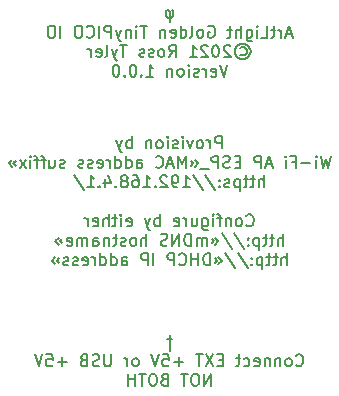
<source format=gbr>
%TF.GenerationSoftware,KiCad,Pcbnew,5.1.9-1.fc32*%
%TF.CreationDate,2021-02-16T11:33:07-08:00*%
%TF.ProjectId,tinypico-io,74696e79-7069-4636-9f2d-696f2e6b6963,1.0.0*%
%TF.SameCoordinates,Original*%
%TF.FileFunction,Legend,Bot*%
%TF.FilePolarity,Positive*%
%FSLAX46Y46*%
G04 Gerber Fmt 4.6, Leading zero omitted, Abs format (unit mm)*
G04 Created by KiCad (PCBNEW 5.1.9-1.fc32) date 2021-02-16 11:33:07*
%MOMM*%
%LPD*%
G01*
G04 APERTURE LIST*
%ADD10C,0.150000*%
G04 APERTURE END LIST*
D10*
X154404761Y-85502380D02*
X154404761Y-84502380D01*
X154023809Y-84502380D01*
X153928571Y-84550000D01*
X153880952Y-84597619D01*
X153833333Y-84692857D01*
X153833333Y-84835714D01*
X153880952Y-84930952D01*
X153928571Y-84978571D01*
X154023809Y-85026190D01*
X154404761Y-85026190D01*
X153404761Y-85502380D02*
X153404761Y-84835714D01*
X153404761Y-85026190D02*
X153357142Y-84930952D01*
X153309523Y-84883333D01*
X153214285Y-84835714D01*
X153119047Y-84835714D01*
X152642857Y-85502380D02*
X152738095Y-85454761D01*
X152785714Y-85407142D01*
X152833333Y-85311904D01*
X152833333Y-85026190D01*
X152785714Y-84930952D01*
X152738095Y-84883333D01*
X152642857Y-84835714D01*
X152500000Y-84835714D01*
X152404761Y-84883333D01*
X152357142Y-84930952D01*
X152309523Y-85026190D01*
X152309523Y-85311904D01*
X152357142Y-85407142D01*
X152404761Y-85454761D01*
X152500000Y-85502380D01*
X152642857Y-85502380D01*
X151976190Y-84835714D02*
X151738095Y-85502380D01*
X151500000Y-84835714D01*
X151119047Y-85502380D02*
X151119047Y-84835714D01*
X151119047Y-84502380D02*
X151166666Y-84550000D01*
X151119047Y-84597619D01*
X151071428Y-84550000D01*
X151119047Y-84502380D01*
X151119047Y-84597619D01*
X150690476Y-85454761D02*
X150595238Y-85502380D01*
X150404761Y-85502380D01*
X150309523Y-85454761D01*
X150261904Y-85359523D01*
X150261904Y-85311904D01*
X150309523Y-85216666D01*
X150404761Y-85169047D01*
X150547619Y-85169047D01*
X150642857Y-85121428D01*
X150690476Y-85026190D01*
X150690476Y-84978571D01*
X150642857Y-84883333D01*
X150547619Y-84835714D01*
X150404761Y-84835714D01*
X150309523Y-84883333D01*
X149833333Y-85502380D02*
X149833333Y-84835714D01*
X149833333Y-84502380D02*
X149880952Y-84550000D01*
X149833333Y-84597619D01*
X149785714Y-84550000D01*
X149833333Y-84502380D01*
X149833333Y-84597619D01*
X149214285Y-85502380D02*
X149309523Y-85454761D01*
X149357142Y-85407142D01*
X149404761Y-85311904D01*
X149404761Y-85026190D01*
X149357142Y-84930952D01*
X149309523Y-84883333D01*
X149214285Y-84835714D01*
X149071428Y-84835714D01*
X148976190Y-84883333D01*
X148928571Y-84930952D01*
X148880952Y-85026190D01*
X148880952Y-85311904D01*
X148928571Y-85407142D01*
X148976190Y-85454761D01*
X149071428Y-85502380D01*
X149214285Y-85502380D01*
X148452380Y-84835714D02*
X148452380Y-85502380D01*
X148452380Y-84930952D02*
X148404761Y-84883333D01*
X148309523Y-84835714D01*
X148166666Y-84835714D01*
X148071428Y-84883333D01*
X148023809Y-84978571D01*
X148023809Y-85502380D01*
X146785714Y-85502380D02*
X146785714Y-84502380D01*
X146785714Y-84883333D02*
X146690476Y-84835714D01*
X146500000Y-84835714D01*
X146404761Y-84883333D01*
X146357142Y-84930952D01*
X146309523Y-85026190D01*
X146309523Y-85311904D01*
X146357142Y-85407142D01*
X146404761Y-85454761D01*
X146500000Y-85502380D01*
X146690476Y-85502380D01*
X146785714Y-85454761D01*
X145976190Y-84835714D02*
X145738095Y-85502380D01*
X145500000Y-84835714D02*
X145738095Y-85502380D01*
X145833333Y-85740476D01*
X145880952Y-85788095D01*
X145976190Y-85835714D01*
X163642857Y-86152380D02*
X163404761Y-87152380D01*
X163214285Y-86438095D01*
X163023809Y-87152380D01*
X162785714Y-86152380D01*
X162404761Y-87152380D02*
X162404761Y-86485714D01*
X162404761Y-86152380D02*
X162452380Y-86200000D01*
X162404761Y-86247619D01*
X162357142Y-86200000D01*
X162404761Y-86152380D01*
X162404761Y-86247619D01*
X161928571Y-86771428D02*
X161166666Y-86771428D01*
X160357142Y-86628571D02*
X160690476Y-86628571D01*
X160690476Y-87152380D02*
X160690476Y-86152380D01*
X160214285Y-86152380D01*
X159833333Y-87152380D02*
X159833333Y-86485714D01*
X159833333Y-86152380D02*
X159880952Y-86200000D01*
X159833333Y-86247619D01*
X159785714Y-86200000D01*
X159833333Y-86152380D01*
X159833333Y-86247619D01*
X158642857Y-86866666D02*
X158166666Y-86866666D01*
X158738095Y-87152380D02*
X158404761Y-86152380D01*
X158071428Y-87152380D01*
X157738095Y-87152380D02*
X157738095Y-86152380D01*
X157357142Y-86152380D01*
X157261904Y-86200000D01*
X157214285Y-86247619D01*
X157166666Y-86342857D01*
X157166666Y-86485714D01*
X157214285Y-86580952D01*
X157261904Y-86628571D01*
X157357142Y-86676190D01*
X157738095Y-86676190D01*
X155976190Y-86628571D02*
X155642857Y-86628571D01*
X155500000Y-87152380D02*
X155976190Y-87152380D01*
X155976190Y-86152380D01*
X155500000Y-86152380D01*
X155119047Y-87104761D02*
X154976190Y-87152380D01*
X154738095Y-87152380D01*
X154642857Y-87104761D01*
X154595238Y-87057142D01*
X154547619Y-86961904D01*
X154547619Y-86866666D01*
X154595238Y-86771428D01*
X154642857Y-86723809D01*
X154738095Y-86676190D01*
X154928571Y-86628571D01*
X155023809Y-86580952D01*
X155071428Y-86533333D01*
X155119047Y-86438095D01*
X155119047Y-86342857D01*
X155071428Y-86247619D01*
X155023809Y-86200000D01*
X154928571Y-86152380D01*
X154690476Y-86152380D01*
X154547619Y-86200000D01*
X154119047Y-87152380D02*
X154119047Y-86152380D01*
X153738095Y-86152380D01*
X153642857Y-86200000D01*
X153595238Y-86247619D01*
X153547619Y-86342857D01*
X153547619Y-86485714D01*
X153595238Y-86580952D01*
X153642857Y-86628571D01*
X153738095Y-86676190D01*
X154119047Y-86676190D01*
X153357142Y-87247619D02*
X152595238Y-87247619D01*
X152119047Y-86485714D02*
X152404761Y-86771428D01*
X152119047Y-87057142D01*
X151833333Y-86961904D02*
X152023809Y-86771428D01*
X151833333Y-86580952D01*
X151404761Y-87152380D02*
X151404761Y-86152380D01*
X151071428Y-86866666D01*
X150738095Y-86152380D01*
X150738095Y-87152380D01*
X150309523Y-86866666D02*
X149833333Y-86866666D01*
X150404761Y-87152380D02*
X150071428Y-86152380D01*
X149738095Y-87152380D01*
X148833333Y-87057142D02*
X148880952Y-87104761D01*
X149023809Y-87152380D01*
X149119047Y-87152380D01*
X149261904Y-87104761D01*
X149357142Y-87009523D01*
X149404761Y-86914285D01*
X149452380Y-86723809D01*
X149452380Y-86580952D01*
X149404761Y-86390476D01*
X149357142Y-86295238D01*
X149261904Y-86200000D01*
X149119047Y-86152380D01*
X149023809Y-86152380D01*
X148880952Y-86200000D01*
X148833333Y-86247619D01*
X147214285Y-87152380D02*
X147214285Y-86628571D01*
X147261904Y-86533333D01*
X147357142Y-86485714D01*
X147547619Y-86485714D01*
X147642857Y-86533333D01*
X147214285Y-87104761D02*
X147309523Y-87152380D01*
X147547619Y-87152380D01*
X147642857Y-87104761D01*
X147690476Y-87009523D01*
X147690476Y-86914285D01*
X147642857Y-86819047D01*
X147547619Y-86771428D01*
X147309523Y-86771428D01*
X147214285Y-86723809D01*
X146309523Y-87152380D02*
X146309523Y-86152380D01*
X146309523Y-87104761D02*
X146404761Y-87152380D01*
X146595238Y-87152380D01*
X146690476Y-87104761D01*
X146738095Y-87057142D01*
X146785714Y-86961904D01*
X146785714Y-86676190D01*
X146738095Y-86580952D01*
X146690476Y-86533333D01*
X146595238Y-86485714D01*
X146404761Y-86485714D01*
X146309523Y-86533333D01*
X145404761Y-87152380D02*
X145404761Y-86152380D01*
X145404761Y-87104761D02*
X145500000Y-87152380D01*
X145690476Y-87152380D01*
X145785714Y-87104761D01*
X145833333Y-87057142D01*
X145880952Y-86961904D01*
X145880952Y-86676190D01*
X145833333Y-86580952D01*
X145785714Y-86533333D01*
X145690476Y-86485714D01*
X145500000Y-86485714D01*
X145404761Y-86533333D01*
X144928571Y-87152380D02*
X144928571Y-86485714D01*
X144928571Y-86676190D02*
X144880952Y-86580952D01*
X144833333Y-86533333D01*
X144738095Y-86485714D01*
X144642857Y-86485714D01*
X143928571Y-87104761D02*
X144023809Y-87152380D01*
X144214285Y-87152380D01*
X144309523Y-87104761D01*
X144357142Y-87009523D01*
X144357142Y-86628571D01*
X144309523Y-86533333D01*
X144214285Y-86485714D01*
X144023809Y-86485714D01*
X143928571Y-86533333D01*
X143880952Y-86628571D01*
X143880952Y-86723809D01*
X144357142Y-86819047D01*
X143500000Y-87104761D02*
X143404761Y-87152380D01*
X143214285Y-87152380D01*
X143119047Y-87104761D01*
X143071428Y-87009523D01*
X143071428Y-86961904D01*
X143119047Y-86866666D01*
X143214285Y-86819047D01*
X143357142Y-86819047D01*
X143452380Y-86771428D01*
X143500000Y-86676190D01*
X143500000Y-86628571D01*
X143452380Y-86533333D01*
X143357142Y-86485714D01*
X143214285Y-86485714D01*
X143119047Y-86533333D01*
X142690476Y-87104761D02*
X142595238Y-87152380D01*
X142404761Y-87152380D01*
X142309523Y-87104761D01*
X142261904Y-87009523D01*
X142261904Y-86961904D01*
X142309523Y-86866666D01*
X142404761Y-86819047D01*
X142547619Y-86819047D01*
X142642857Y-86771428D01*
X142690476Y-86676190D01*
X142690476Y-86628571D01*
X142642857Y-86533333D01*
X142547619Y-86485714D01*
X142404761Y-86485714D01*
X142309523Y-86533333D01*
X141119047Y-87104761D02*
X141023809Y-87152380D01*
X140833333Y-87152380D01*
X140738095Y-87104761D01*
X140690476Y-87009523D01*
X140690476Y-86961904D01*
X140738095Y-86866666D01*
X140833333Y-86819047D01*
X140976190Y-86819047D01*
X141071428Y-86771428D01*
X141119047Y-86676190D01*
X141119047Y-86628571D01*
X141071428Y-86533333D01*
X140976190Y-86485714D01*
X140833333Y-86485714D01*
X140738095Y-86533333D01*
X139833333Y-86485714D02*
X139833333Y-87152380D01*
X140261904Y-86485714D02*
X140261904Y-87009523D01*
X140214285Y-87104761D01*
X140119047Y-87152380D01*
X139976190Y-87152380D01*
X139880952Y-87104761D01*
X139833333Y-87057142D01*
X139500000Y-86485714D02*
X139119047Y-86485714D01*
X139357142Y-87152380D02*
X139357142Y-86295238D01*
X139309523Y-86200000D01*
X139214285Y-86152380D01*
X139119047Y-86152380D01*
X138928571Y-86485714D02*
X138547619Y-86485714D01*
X138785714Y-87152380D02*
X138785714Y-86295238D01*
X138738095Y-86200000D01*
X138642857Y-86152380D01*
X138547619Y-86152380D01*
X138214285Y-87152380D02*
X138214285Y-86485714D01*
X138214285Y-86152380D02*
X138261904Y-86200000D01*
X138214285Y-86247619D01*
X138166666Y-86200000D01*
X138214285Y-86152380D01*
X138214285Y-86247619D01*
X137833333Y-87152380D02*
X137309523Y-86485714D01*
X137833333Y-86485714D02*
X137309523Y-87152380D01*
X136690476Y-86485714D02*
X136404761Y-86771428D01*
X136690476Y-87057142D01*
X136976190Y-86961904D02*
X136785714Y-86771428D01*
X136976190Y-86580952D01*
X157976190Y-88802380D02*
X157976190Y-87802380D01*
X157547619Y-88802380D02*
X157547619Y-88278571D01*
X157595238Y-88183333D01*
X157690476Y-88135714D01*
X157833333Y-88135714D01*
X157928571Y-88183333D01*
X157976190Y-88230952D01*
X157214285Y-88135714D02*
X156833333Y-88135714D01*
X157071428Y-87802380D02*
X157071428Y-88659523D01*
X157023809Y-88754761D01*
X156928571Y-88802380D01*
X156833333Y-88802380D01*
X156642857Y-88135714D02*
X156261904Y-88135714D01*
X156500000Y-87802380D02*
X156500000Y-88659523D01*
X156452380Y-88754761D01*
X156357142Y-88802380D01*
X156261904Y-88802380D01*
X155928571Y-88135714D02*
X155928571Y-89135714D01*
X155928571Y-88183333D02*
X155833333Y-88135714D01*
X155642857Y-88135714D01*
X155547619Y-88183333D01*
X155500000Y-88230952D01*
X155452380Y-88326190D01*
X155452380Y-88611904D01*
X155500000Y-88707142D01*
X155547619Y-88754761D01*
X155642857Y-88802380D01*
X155833333Y-88802380D01*
X155928571Y-88754761D01*
X155071428Y-88754761D02*
X154976190Y-88802380D01*
X154785714Y-88802380D01*
X154690476Y-88754761D01*
X154642857Y-88659523D01*
X154642857Y-88611904D01*
X154690476Y-88516666D01*
X154785714Y-88469047D01*
X154928571Y-88469047D01*
X155023809Y-88421428D01*
X155071428Y-88326190D01*
X155071428Y-88278571D01*
X155023809Y-88183333D01*
X154928571Y-88135714D01*
X154785714Y-88135714D01*
X154690476Y-88183333D01*
X154214285Y-88707142D02*
X154166666Y-88754761D01*
X154214285Y-88802380D01*
X154261904Y-88754761D01*
X154214285Y-88707142D01*
X154214285Y-88802380D01*
X154214285Y-88183333D02*
X154166666Y-88230952D01*
X154214285Y-88278571D01*
X154261904Y-88230952D01*
X154214285Y-88183333D01*
X154214285Y-88278571D01*
X153023809Y-87754761D02*
X153880952Y-89040476D01*
X151976190Y-87754761D02*
X152833333Y-89040476D01*
X151119047Y-88802380D02*
X151690476Y-88802380D01*
X151404761Y-88802380D02*
X151404761Y-87802380D01*
X151500000Y-87945238D01*
X151595238Y-88040476D01*
X151690476Y-88088095D01*
X150642857Y-88802380D02*
X150452380Y-88802380D01*
X150357142Y-88754761D01*
X150309523Y-88707142D01*
X150214285Y-88564285D01*
X150166666Y-88373809D01*
X150166666Y-87992857D01*
X150214285Y-87897619D01*
X150261904Y-87850000D01*
X150357142Y-87802380D01*
X150547619Y-87802380D01*
X150642857Y-87850000D01*
X150690476Y-87897619D01*
X150738095Y-87992857D01*
X150738095Y-88230952D01*
X150690476Y-88326190D01*
X150642857Y-88373809D01*
X150547619Y-88421428D01*
X150357142Y-88421428D01*
X150261904Y-88373809D01*
X150214285Y-88326190D01*
X150166666Y-88230952D01*
X149785714Y-87897619D02*
X149738095Y-87850000D01*
X149642857Y-87802380D01*
X149404761Y-87802380D01*
X149309523Y-87850000D01*
X149261904Y-87897619D01*
X149214285Y-87992857D01*
X149214285Y-88088095D01*
X149261904Y-88230952D01*
X149833333Y-88802380D01*
X149214285Y-88802380D01*
X148785714Y-88707142D02*
X148738095Y-88754761D01*
X148785714Y-88802380D01*
X148833333Y-88754761D01*
X148785714Y-88707142D01*
X148785714Y-88802380D01*
X147785714Y-88802380D02*
X148357142Y-88802380D01*
X148071428Y-88802380D02*
X148071428Y-87802380D01*
X148166666Y-87945238D01*
X148261904Y-88040476D01*
X148357142Y-88088095D01*
X146928571Y-87802380D02*
X147119047Y-87802380D01*
X147214285Y-87850000D01*
X147261904Y-87897619D01*
X147357142Y-88040476D01*
X147404761Y-88230952D01*
X147404761Y-88611904D01*
X147357142Y-88707142D01*
X147309523Y-88754761D01*
X147214285Y-88802380D01*
X147023809Y-88802380D01*
X146928571Y-88754761D01*
X146880952Y-88707142D01*
X146833333Y-88611904D01*
X146833333Y-88373809D01*
X146880952Y-88278571D01*
X146928571Y-88230952D01*
X147023809Y-88183333D01*
X147214285Y-88183333D01*
X147309523Y-88230952D01*
X147357142Y-88278571D01*
X147404761Y-88373809D01*
X146261904Y-88230952D02*
X146357142Y-88183333D01*
X146404761Y-88135714D01*
X146452380Y-88040476D01*
X146452380Y-87992857D01*
X146404761Y-87897619D01*
X146357142Y-87850000D01*
X146261904Y-87802380D01*
X146071428Y-87802380D01*
X145976190Y-87850000D01*
X145928571Y-87897619D01*
X145880952Y-87992857D01*
X145880952Y-88040476D01*
X145928571Y-88135714D01*
X145976190Y-88183333D01*
X146071428Y-88230952D01*
X146261904Y-88230952D01*
X146357142Y-88278571D01*
X146404761Y-88326190D01*
X146452380Y-88421428D01*
X146452380Y-88611904D01*
X146404761Y-88707142D01*
X146357142Y-88754761D01*
X146261904Y-88802380D01*
X146071428Y-88802380D01*
X145976190Y-88754761D01*
X145928571Y-88707142D01*
X145880952Y-88611904D01*
X145880952Y-88421428D01*
X145928571Y-88326190D01*
X145976190Y-88278571D01*
X146071428Y-88230952D01*
X145452380Y-88707142D02*
X145404761Y-88754761D01*
X145452380Y-88802380D01*
X145500000Y-88754761D01*
X145452380Y-88707142D01*
X145452380Y-88802380D01*
X144547619Y-88135714D02*
X144547619Y-88802380D01*
X144785714Y-87754761D02*
X145023809Y-88469047D01*
X144404761Y-88469047D01*
X144023809Y-88707142D02*
X143976190Y-88754761D01*
X144023809Y-88802380D01*
X144071428Y-88754761D01*
X144023809Y-88707142D01*
X144023809Y-88802380D01*
X143023809Y-88802380D02*
X143595238Y-88802380D01*
X143309523Y-88802380D02*
X143309523Y-87802380D01*
X143404761Y-87945238D01*
X143500000Y-88040476D01*
X143595238Y-88088095D01*
X141880952Y-87754761D02*
X142738095Y-89040476D01*
X156500000Y-92007142D02*
X156547619Y-92054761D01*
X156690476Y-92102380D01*
X156785714Y-92102380D01*
X156928571Y-92054761D01*
X157023809Y-91959523D01*
X157071428Y-91864285D01*
X157119047Y-91673809D01*
X157119047Y-91530952D01*
X157071428Y-91340476D01*
X157023809Y-91245238D01*
X156928571Y-91150000D01*
X156785714Y-91102380D01*
X156690476Y-91102380D01*
X156547619Y-91150000D01*
X156500000Y-91197619D01*
X155928571Y-92102380D02*
X156023809Y-92054761D01*
X156071428Y-92007142D01*
X156119047Y-91911904D01*
X156119047Y-91626190D01*
X156071428Y-91530952D01*
X156023809Y-91483333D01*
X155928571Y-91435714D01*
X155785714Y-91435714D01*
X155690476Y-91483333D01*
X155642857Y-91530952D01*
X155595238Y-91626190D01*
X155595238Y-91911904D01*
X155642857Y-92007142D01*
X155690476Y-92054761D01*
X155785714Y-92102380D01*
X155928571Y-92102380D01*
X155166666Y-91435714D02*
X155166666Y-92102380D01*
X155166666Y-91530952D02*
X155119047Y-91483333D01*
X155023809Y-91435714D01*
X154880952Y-91435714D01*
X154785714Y-91483333D01*
X154738095Y-91578571D01*
X154738095Y-92102380D01*
X154404761Y-91435714D02*
X154023809Y-91435714D01*
X154261904Y-92102380D02*
X154261904Y-91245238D01*
X154214285Y-91150000D01*
X154119047Y-91102380D01*
X154023809Y-91102380D01*
X153690476Y-92102380D02*
X153690476Y-91435714D01*
X153690476Y-91102380D02*
X153738095Y-91150000D01*
X153690476Y-91197619D01*
X153642857Y-91150000D01*
X153690476Y-91102380D01*
X153690476Y-91197619D01*
X152785714Y-91435714D02*
X152785714Y-92245238D01*
X152833333Y-92340476D01*
X152880952Y-92388095D01*
X152976190Y-92435714D01*
X153119047Y-92435714D01*
X153214285Y-92388095D01*
X152785714Y-92054761D02*
X152880952Y-92102380D01*
X153071428Y-92102380D01*
X153166666Y-92054761D01*
X153214285Y-92007142D01*
X153261904Y-91911904D01*
X153261904Y-91626190D01*
X153214285Y-91530952D01*
X153166666Y-91483333D01*
X153071428Y-91435714D01*
X152880952Y-91435714D01*
X152785714Y-91483333D01*
X151880952Y-91435714D02*
X151880952Y-92102380D01*
X152309523Y-91435714D02*
X152309523Y-91959523D01*
X152261904Y-92054761D01*
X152166666Y-92102380D01*
X152023809Y-92102380D01*
X151928571Y-92054761D01*
X151880952Y-92007142D01*
X151404761Y-92102380D02*
X151404761Y-91435714D01*
X151404761Y-91626190D02*
X151357142Y-91530952D01*
X151309523Y-91483333D01*
X151214285Y-91435714D01*
X151119047Y-91435714D01*
X150404761Y-92054761D02*
X150500000Y-92102380D01*
X150690476Y-92102380D01*
X150785714Y-92054761D01*
X150833333Y-91959523D01*
X150833333Y-91578571D01*
X150785714Y-91483333D01*
X150690476Y-91435714D01*
X150500000Y-91435714D01*
X150404761Y-91483333D01*
X150357142Y-91578571D01*
X150357142Y-91673809D01*
X150833333Y-91769047D01*
X149166666Y-92102380D02*
X149166666Y-91102380D01*
X149166666Y-91483333D02*
X149071428Y-91435714D01*
X148880952Y-91435714D01*
X148785714Y-91483333D01*
X148738095Y-91530952D01*
X148690476Y-91626190D01*
X148690476Y-91911904D01*
X148738095Y-92007142D01*
X148785714Y-92054761D01*
X148880952Y-92102380D01*
X149071428Y-92102380D01*
X149166666Y-92054761D01*
X148357142Y-91435714D02*
X148119047Y-92102380D01*
X147880952Y-91435714D02*
X148119047Y-92102380D01*
X148214285Y-92340476D01*
X148261904Y-92388095D01*
X148357142Y-92435714D01*
X146357142Y-92054761D02*
X146452380Y-92102380D01*
X146642857Y-92102380D01*
X146738095Y-92054761D01*
X146785714Y-91959523D01*
X146785714Y-91578571D01*
X146738095Y-91483333D01*
X146642857Y-91435714D01*
X146452380Y-91435714D01*
X146357142Y-91483333D01*
X146309523Y-91578571D01*
X146309523Y-91673809D01*
X146785714Y-91769047D01*
X145880952Y-92102380D02*
X145880952Y-91435714D01*
X145880952Y-91102380D02*
X145928571Y-91150000D01*
X145880952Y-91197619D01*
X145833333Y-91150000D01*
X145880952Y-91102380D01*
X145880952Y-91197619D01*
X145547619Y-91435714D02*
X145166666Y-91435714D01*
X145404761Y-91102380D02*
X145404761Y-91959523D01*
X145357142Y-92054761D01*
X145261904Y-92102380D01*
X145166666Y-92102380D01*
X144833333Y-92102380D02*
X144833333Y-91102380D01*
X144404761Y-92102380D02*
X144404761Y-91578571D01*
X144452380Y-91483333D01*
X144547619Y-91435714D01*
X144690476Y-91435714D01*
X144785714Y-91483333D01*
X144833333Y-91530952D01*
X143547619Y-92054761D02*
X143642857Y-92102380D01*
X143833333Y-92102380D01*
X143928571Y-92054761D01*
X143976190Y-91959523D01*
X143976190Y-91578571D01*
X143928571Y-91483333D01*
X143833333Y-91435714D01*
X143642857Y-91435714D01*
X143547619Y-91483333D01*
X143500000Y-91578571D01*
X143500000Y-91673809D01*
X143976190Y-91769047D01*
X143071428Y-92102380D02*
X143071428Y-91435714D01*
X143071428Y-91626190D02*
X143023809Y-91530952D01*
X142976190Y-91483333D01*
X142880952Y-91435714D01*
X142785714Y-91435714D01*
X159619047Y-93752380D02*
X159619047Y-92752380D01*
X159190476Y-93752380D02*
X159190476Y-93228571D01*
X159238095Y-93133333D01*
X159333333Y-93085714D01*
X159476190Y-93085714D01*
X159571428Y-93133333D01*
X159619047Y-93180952D01*
X158857142Y-93085714D02*
X158476190Y-93085714D01*
X158714285Y-92752380D02*
X158714285Y-93609523D01*
X158666666Y-93704761D01*
X158571428Y-93752380D01*
X158476190Y-93752380D01*
X158285714Y-93085714D02*
X157904761Y-93085714D01*
X158142857Y-92752380D02*
X158142857Y-93609523D01*
X158095238Y-93704761D01*
X158000000Y-93752380D01*
X157904761Y-93752380D01*
X157571428Y-93085714D02*
X157571428Y-94085714D01*
X157571428Y-93133333D02*
X157476190Y-93085714D01*
X157285714Y-93085714D01*
X157190476Y-93133333D01*
X157142857Y-93180952D01*
X157095238Y-93276190D01*
X157095238Y-93561904D01*
X157142857Y-93657142D01*
X157190476Y-93704761D01*
X157285714Y-93752380D01*
X157476190Y-93752380D01*
X157571428Y-93704761D01*
X156666666Y-93657142D02*
X156619047Y-93704761D01*
X156666666Y-93752380D01*
X156714285Y-93704761D01*
X156666666Y-93657142D01*
X156666666Y-93752380D01*
X156666666Y-93133333D02*
X156619047Y-93180952D01*
X156666666Y-93228571D01*
X156714285Y-93180952D01*
X156666666Y-93133333D01*
X156666666Y-93228571D01*
X155476190Y-92704761D02*
X156333333Y-93990476D01*
X154428571Y-92704761D02*
X155285714Y-93990476D01*
X153857142Y-93085714D02*
X154142857Y-93371428D01*
X153857142Y-93657142D01*
X153571428Y-93561904D02*
X153761904Y-93371428D01*
X153571428Y-93180952D01*
X153142857Y-93752380D02*
X153142857Y-93085714D01*
X153142857Y-93180952D02*
X153095238Y-93133333D01*
X153000000Y-93085714D01*
X152857142Y-93085714D01*
X152761904Y-93133333D01*
X152714285Y-93228571D01*
X152714285Y-93752380D01*
X152714285Y-93228571D02*
X152666666Y-93133333D01*
X152571428Y-93085714D01*
X152428571Y-93085714D01*
X152333333Y-93133333D01*
X152285714Y-93228571D01*
X152285714Y-93752380D01*
X151809523Y-93752380D02*
X151809523Y-92752380D01*
X151571428Y-92752380D01*
X151428571Y-92800000D01*
X151333333Y-92895238D01*
X151285714Y-92990476D01*
X151238095Y-93180952D01*
X151238095Y-93323809D01*
X151285714Y-93514285D01*
X151333333Y-93609523D01*
X151428571Y-93704761D01*
X151571428Y-93752380D01*
X151809523Y-93752380D01*
X150809523Y-93752380D02*
X150809523Y-92752380D01*
X150238095Y-93752380D01*
X150238095Y-92752380D01*
X149809523Y-93704761D02*
X149666666Y-93752380D01*
X149428571Y-93752380D01*
X149333333Y-93704761D01*
X149285714Y-93657142D01*
X149238095Y-93561904D01*
X149238095Y-93466666D01*
X149285714Y-93371428D01*
X149333333Y-93323809D01*
X149428571Y-93276190D01*
X149619047Y-93228571D01*
X149714285Y-93180952D01*
X149761904Y-93133333D01*
X149809523Y-93038095D01*
X149809523Y-92942857D01*
X149761904Y-92847619D01*
X149714285Y-92800000D01*
X149619047Y-92752380D01*
X149380952Y-92752380D01*
X149238095Y-92800000D01*
X148047619Y-93752380D02*
X148047619Y-92752380D01*
X147619047Y-93752380D02*
X147619047Y-93228571D01*
X147666666Y-93133333D01*
X147761904Y-93085714D01*
X147904761Y-93085714D01*
X148000000Y-93133333D01*
X148047619Y-93180952D01*
X147000000Y-93752380D02*
X147095238Y-93704761D01*
X147142857Y-93657142D01*
X147190476Y-93561904D01*
X147190476Y-93276190D01*
X147142857Y-93180952D01*
X147095238Y-93133333D01*
X147000000Y-93085714D01*
X146857142Y-93085714D01*
X146761904Y-93133333D01*
X146714285Y-93180952D01*
X146666666Y-93276190D01*
X146666666Y-93561904D01*
X146714285Y-93657142D01*
X146761904Y-93704761D01*
X146857142Y-93752380D01*
X147000000Y-93752380D01*
X146285714Y-93704761D02*
X146190476Y-93752380D01*
X146000000Y-93752380D01*
X145904761Y-93704761D01*
X145857142Y-93609523D01*
X145857142Y-93561904D01*
X145904761Y-93466666D01*
X146000000Y-93419047D01*
X146142857Y-93419047D01*
X146238095Y-93371428D01*
X146285714Y-93276190D01*
X146285714Y-93228571D01*
X146238095Y-93133333D01*
X146142857Y-93085714D01*
X146000000Y-93085714D01*
X145904761Y-93133333D01*
X145571428Y-93085714D02*
X145190476Y-93085714D01*
X145428571Y-92752380D02*
X145428571Y-93609523D01*
X145380952Y-93704761D01*
X145285714Y-93752380D01*
X145190476Y-93752380D01*
X144857142Y-93085714D02*
X144857142Y-93752380D01*
X144857142Y-93180952D02*
X144809523Y-93133333D01*
X144714285Y-93085714D01*
X144571428Y-93085714D01*
X144476190Y-93133333D01*
X144428571Y-93228571D01*
X144428571Y-93752380D01*
X143523809Y-93752380D02*
X143523809Y-93228571D01*
X143571428Y-93133333D01*
X143666666Y-93085714D01*
X143857142Y-93085714D01*
X143952380Y-93133333D01*
X143523809Y-93704761D02*
X143619047Y-93752380D01*
X143857142Y-93752380D01*
X143952380Y-93704761D01*
X144000000Y-93609523D01*
X144000000Y-93514285D01*
X143952380Y-93419047D01*
X143857142Y-93371428D01*
X143619047Y-93371428D01*
X143523809Y-93323809D01*
X143047619Y-93752380D02*
X143047619Y-93085714D01*
X143047619Y-93180952D02*
X143000000Y-93133333D01*
X142904761Y-93085714D01*
X142761904Y-93085714D01*
X142666666Y-93133333D01*
X142619047Y-93228571D01*
X142619047Y-93752380D01*
X142619047Y-93228571D02*
X142571428Y-93133333D01*
X142476190Y-93085714D01*
X142333333Y-93085714D01*
X142238095Y-93133333D01*
X142190476Y-93228571D01*
X142190476Y-93752380D01*
X141333333Y-93704761D02*
X141428571Y-93752380D01*
X141619047Y-93752380D01*
X141714285Y-93704761D01*
X141761904Y-93609523D01*
X141761904Y-93228571D01*
X141714285Y-93133333D01*
X141619047Y-93085714D01*
X141428571Y-93085714D01*
X141333333Y-93133333D01*
X141285714Y-93228571D01*
X141285714Y-93323809D01*
X141761904Y-93419047D01*
X140619047Y-93085714D02*
X140333333Y-93371428D01*
X140619047Y-93657142D01*
X140904761Y-93561904D02*
X140714285Y-93371428D01*
X140904761Y-93180952D01*
X159904761Y-95402380D02*
X159904761Y-94402380D01*
X159476190Y-95402380D02*
X159476190Y-94878571D01*
X159523809Y-94783333D01*
X159619047Y-94735714D01*
X159761904Y-94735714D01*
X159857142Y-94783333D01*
X159904761Y-94830952D01*
X159142857Y-94735714D02*
X158761904Y-94735714D01*
X159000000Y-94402380D02*
X159000000Y-95259523D01*
X158952380Y-95354761D01*
X158857142Y-95402380D01*
X158761904Y-95402380D01*
X158571428Y-94735714D02*
X158190476Y-94735714D01*
X158428571Y-94402380D02*
X158428571Y-95259523D01*
X158380952Y-95354761D01*
X158285714Y-95402380D01*
X158190476Y-95402380D01*
X157857142Y-94735714D02*
X157857142Y-95735714D01*
X157857142Y-94783333D02*
X157761904Y-94735714D01*
X157571428Y-94735714D01*
X157476190Y-94783333D01*
X157428571Y-94830952D01*
X157380952Y-94926190D01*
X157380952Y-95211904D01*
X157428571Y-95307142D01*
X157476190Y-95354761D01*
X157571428Y-95402380D01*
X157761904Y-95402380D01*
X157857142Y-95354761D01*
X156952380Y-95307142D02*
X156904761Y-95354761D01*
X156952380Y-95402380D01*
X157000000Y-95354761D01*
X156952380Y-95307142D01*
X156952380Y-95402380D01*
X156952380Y-94783333D02*
X156904761Y-94830952D01*
X156952380Y-94878571D01*
X157000000Y-94830952D01*
X156952380Y-94783333D01*
X156952380Y-94878571D01*
X155761904Y-94354761D02*
X156619047Y-95640476D01*
X154714285Y-94354761D02*
X155571428Y-95640476D01*
X154142857Y-94735714D02*
X154428571Y-95021428D01*
X154142857Y-95307142D01*
X153857142Y-95211904D02*
X154047619Y-95021428D01*
X153857142Y-94830952D01*
X153428571Y-95402380D02*
X153428571Y-94402380D01*
X153190476Y-94402380D01*
X153047619Y-94450000D01*
X152952380Y-94545238D01*
X152904761Y-94640476D01*
X152857142Y-94830952D01*
X152857142Y-94973809D01*
X152904761Y-95164285D01*
X152952380Y-95259523D01*
X153047619Y-95354761D01*
X153190476Y-95402380D01*
X153428571Y-95402380D01*
X152428571Y-95402380D02*
X152428571Y-94402380D01*
X152428571Y-94878571D02*
X151857142Y-94878571D01*
X151857142Y-95402380D02*
X151857142Y-94402380D01*
X150809523Y-95307142D02*
X150857142Y-95354761D01*
X151000000Y-95402380D01*
X151095238Y-95402380D01*
X151238095Y-95354761D01*
X151333333Y-95259523D01*
X151380952Y-95164285D01*
X151428571Y-94973809D01*
X151428571Y-94830952D01*
X151380952Y-94640476D01*
X151333333Y-94545238D01*
X151238095Y-94450000D01*
X151095238Y-94402380D01*
X151000000Y-94402380D01*
X150857142Y-94450000D01*
X150809523Y-94497619D01*
X150380952Y-95402380D02*
X150380952Y-94402380D01*
X150000000Y-94402380D01*
X149904761Y-94450000D01*
X149857142Y-94497619D01*
X149809523Y-94592857D01*
X149809523Y-94735714D01*
X149857142Y-94830952D01*
X149904761Y-94878571D01*
X150000000Y-94926190D01*
X150380952Y-94926190D01*
X148619047Y-95402380D02*
X148619047Y-94402380D01*
X148142857Y-95402380D02*
X148142857Y-94402380D01*
X147761904Y-94402380D01*
X147666666Y-94450000D01*
X147619047Y-94497619D01*
X147571428Y-94592857D01*
X147571428Y-94735714D01*
X147619047Y-94830952D01*
X147666666Y-94878571D01*
X147761904Y-94926190D01*
X148142857Y-94926190D01*
X145952380Y-95402380D02*
X145952380Y-94878571D01*
X146000000Y-94783333D01*
X146095238Y-94735714D01*
X146285714Y-94735714D01*
X146380952Y-94783333D01*
X145952380Y-95354761D02*
X146047619Y-95402380D01*
X146285714Y-95402380D01*
X146380952Y-95354761D01*
X146428571Y-95259523D01*
X146428571Y-95164285D01*
X146380952Y-95069047D01*
X146285714Y-95021428D01*
X146047619Y-95021428D01*
X145952380Y-94973809D01*
X145047619Y-95402380D02*
X145047619Y-94402380D01*
X145047619Y-95354761D02*
X145142857Y-95402380D01*
X145333333Y-95402380D01*
X145428571Y-95354761D01*
X145476190Y-95307142D01*
X145523809Y-95211904D01*
X145523809Y-94926190D01*
X145476190Y-94830952D01*
X145428571Y-94783333D01*
X145333333Y-94735714D01*
X145142857Y-94735714D01*
X145047619Y-94783333D01*
X144142857Y-95402380D02*
X144142857Y-94402380D01*
X144142857Y-95354761D02*
X144238095Y-95402380D01*
X144428571Y-95402380D01*
X144523809Y-95354761D01*
X144571428Y-95307142D01*
X144619047Y-95211904D01*
X144619047Y-94926190D01*
X144571428Y-94830952D01*
X144523809Y-94783333D01*
X144428571Y-94735714D01*
X144238095Y-94735714D01*
X144142857Y-94783333D01*
X143666666Y-95402380D02*
X143666666Y-94735714D01*
X143666666Y-94926190D02*
X143619047Y-94830952D01*
X143571428Y-94783333D01*
X143476190Y-94735714D01*
X143380952Y-94735714D01*
X142666666Y-95354761D02*
X142761904Y-95402380D01*
X142952380Y-95402380D01*
X143047619Y-95354761D01*
X143095238Y-95259523D01*
X143095238Y-94878571D01*
X143047619Y-94783333D01*
X142952380Y-94735714D01*
X142761904Y-94735714D01*
X142666666Y-94783333D01*
X142619047Y-94878571D01*
X142619047Y-94973809D01*
X143095238Y-95069047D01*
X142238095Y-95354761D02*
X142142857Y-95402380D01*
X141952380Y-95402380D01*
X141857142Y-95354761D01*
X141809523Y-95259523D01*
X141809523Y-95211904D01*
X141857142Y-95116666D01*
X141952380Y-95069047D01*
X142095238Y-95069047D01*
X142190476Y-95021428D01*
X142238095Y-94926190D01*
X142238095Y-94878571D01*
X142190476Y-94783333D01*
X142095238Y-94735714D01*
X141952380Y-94735714D01*
X141857142Y-94783333D01*
X141428571Y-95354761D02*
X141333333Y-95402380D01*
X141142857Y-95402380D01*
X141047619Y-95354761D01*
X141000000Y-95259523D01*
X141000000Y-95211904D01*
X141047619Y-95116666D01*
X141142857Y-95069047D01*
X141285714Y-95069047D01*
X141380952Y-95021428D01*
X141428571Y-94926190D01*
X141428571Y-94878571D01*
X141380952Y-94783333D01*
X141285714Y-94735714D01*
X141142857Y-94735714D01*
X141047619Y-94783333D01*
X140333333Y-94735714D02*
X140047619Y-95021428D01*
X140333333Y-95307142D01*
X140619047Y-95211904D02*
X140428571Y-95021428D01*
X140619047Y-94830952D01*
X150238095Y-101635714D02*
X149761904Y-101635714D01*
X150000000Y-101302380D02*
X150000000Y-102635714D01*
X160714285Y-103857142D02*
X160761904Y-103904761D01*
X160904761Y-103952380D01*
X161000000Y-103952380D01*
X161142857Y-103904761D01*
X161238095Y-103809523D01*
X161285714Y-103714285D01*
X161333333Y-103523809D01*
X161333333Y-103380952D01*
X161285714Y-103190476D01*
X161238095Y-103095238D01*
X161142857Y-103000000D01*
X161000000Y-102952380D01*
X160904761Y-102952380D01*
X160761904Y-103000000D01*
X160714285Y-103047619D01*
X160142857Y-103952380D02*
X160238095Y-103904761D01*
X160285714Y-103857142D01*
X160333333Y-103761904D01*
X160333333Y-103476190D01*
X160285714Y-103380952D01*
X160238095Y-103333333D01*
X160142857Y-103285714D01*
X160000000Y-103285714D01*
X159904761Y-103333333D01*
X159857142Y-103380952D01*
X159809523Y-103476190D01*
X159809523Y-103761904D01*
X159857142Y-103857142D01*
X159904761Y-103904761D01*
X160000000Y-103952380D01*
X160142857Y-103952380D01*
X159380952Y-103285714D02*
X159380952Y-103952380D01*
X159380952Y-103380952D02*
X159333333Y-103333333D01*
X159238095Y-103285714D01*
X159095238Y-103285714D01*
X159000000Y-103333333D01*
X158952380Y-103428571D01*
X158952380Y-103952380D01*
X158476190Y-103285714D02*
X158476190Y-103952380D01*
X158476190Y-103380952D02*
X158428571Y-103333333D01*
X158333333Y-103285714D01*
X158190476Y-103285714D01*
X158095238Y-103333333D01*
X158047619Y-103428571D01*
X158047619Y-103952380D01*
X157190476Y-103904761D02*
X157285714Y-103952380D01*
X157476190Y-103952380D01*
X157571428Y-103904761D01*
X157619047Y-103809523D01*
X157619047Y-103428571D01*
X157571428Y-103333333D01*
X157476190Y-103285714D01*
X157285714Y-103285714D01*
X157190476Y-103333333D01*
X157142857Y-103428571D01*
X157142857Y-103523809D01*
X157619047Y-103619047D01*
X156285714Y-103904761D02*
X156380952Y-103952380D01*
X156571428Y-103952380D01*
X156666666Y-103904761D01*
X156714285Y-103857142D01*
X156761904Y-103761904D01*
X156761904Y-103476190D01*
X156714285Y-103380952D01*
X156666666Y-103333333D01*
X156571428Y-103285714D01*
X156380952Y-103285714D01*
X156285714Y-103333333D01*
X156000000Y-103285714D02*
X155619047Y-103285714D01*
X155857142Y-102952380D02*
X155857142Y-103809523D01*
X155809523Y-103904761D01*
X155714285Y-103952380D01*
X155619047Y-103952380D01*
X154523809Y-103428571D02*
X154190476Y-103428571D01*
X154047619Y-103952380D02*
X154523809Y-103952380D01*
X154523809Y-102952380D01*
X154047619Y-102952380D01*
X153714285Y-102952380D02*
X153047619Y-103952380D01*
X153047619Y-102952380D02*
X153714285Y-103952380D01*
X152809523Y-102952380D02*
X152238095Y-102952380D01*
X152523809Y-103952380D02*
X152523809Y-102952380D01*
X151142857Y-103571428D02*
X150380952Y-103571428D01*
X150761904Y-103952380D02*
X150761904Y-103190476D01*
X149428571Y-102952380D02*
X149904761Y-102952380D01*
X149952380Y-103428571D01*
X149904761Y-103380952D01*
X149809523Y-103333333D01*
X149571428Y-103333333D01*
X149476190Y-103380952D01*
X149428571Y-103428571D01*
X149380952Y-103523809D01*
X149380952Y-103761904D01*
X149428571Y-103857142D01*
X149476190Y-103904761D01*
X149571428Y-103952380D01*
X149809523Y-103952380D01*
X149904761Y-103904761D01*
X149952380Y-103857142D01*
X149095238Y-102952380D02*
X148761904Y-103952380D01*
X148428571Y-102952380D01*
X147190476Y-103952380D02*
X147285714Y-103904761D01*
X147333333Y-103857142D01*
X147380952Y-103761904D01*
X147380952Y-103476190D01*
X147333333Y-103380952D01*
X147285714Y-103333333D01*
X147190476Y-103285714D01*
X147047619Y-103285714D01*
X146952380Y-103333333D01*
X146904761Y-103380952D01*
X146857142Y-103476190D01*
X146857142Y-103761904D01*
X146904761Y-103857142D01*
X146952380Y-103904761D01*
X147047619Y-103952380D01*
X147190476Y-103952380D01*
X146428571Y-103952380D02*
X146428571Y-103285714D01*
X146428571Y-103476190D02*
X146380952Y-103380952D01*
X146333333Y-103333333D01*
X146238095Y-103285714D01*
X146142857Y-103285714D01*
X145047619Y-102952380D02*
X145047619Y-103761904D01*
X145000000Y-103857142D01*
X144952380Y-103904761D01*
X144857142Y-103952380D01*
X144666666Y-103952380D01*
X144571428Y-103904761D01*
X144523809Y-103857142D01*
X144476190Y-103761904D01*
X144476190Y-102952380D01*
X144047619Y-103904761D02*
X143904761Y-103952380D01*
X143666666Y-103952380D01*
X143571428Y-103904761D01*
X143523809Y-103857142D01*
X143476190Y-103761904D01*
X143476190Y-103666666D01*
X143523809Y-103571428D01*
X143571428Y-103523809D01*
X143666666Y-103476190D01*
X143857142Y-103428571D01*
X143952380Y-103380952D01*
X144000000Y-103333333D01*
X144047619Y-103238095D01*
X144047619Y-103142857D01*
X144000000Y-103047619D01*
X143952380Y-103000000D01*
X143857142Y-102952380D01*
X143619047Y-102952380D01*
X143476190Y-103000000D01*
X142714285Y-103428571D02*
X142571428Y-103476190D01*
X142523809Y-103523809D01*
X142476190Y-103619047D01*
X142476190Y-103761904D01*
X142523809Y-103857142D01*
X142571428Y-103904761D01*
X142666666Y-103952380D01*
X143047619Y-103952380D01*
X143047619Y-102952380D01*
X142714285Y-102952380D01*
X142619047Y-103000000D01*
X142571428Y-103047619D01*
X142523809Y-103142857D01*
X142523809Y-103238095D01*
X142571428Y-103333333D01*
X142619047Y-103380952D01*
X142714285Y-103428571D01*
X143047619Y-103428571D01*
X141285714Y-103571428D02*
X140523809Y-103571428D01*
X140904761Y-103952380D02*
X140904761Y-103190476D01*
X139571428Y-102952380D02*
X140047619Y-102952380D01*
X140095238Y-103428571D01*
X140047619Y-103380952D01*
X139952380Y-103333333D01*
X139714285Y-103333333D01*
X139619047Y-103380952D01*
X139571428Y-103428571D01*
X139523809Y-103523809D01*
X139523809Y-103761904D01*
X139571428Y-103857142D01*
X139619047Y-103904761D01*
X139714285Y-103952380D01*
X139952380Y-103952380D01*
X140047619Y-103904761D01*
X140095238Y-103857142D01*
X139238095Y-102952380D02*
X138904761Y-103952380D01*
X138571428Y-102952380D01*
X153500000Y-105602380D02*
X153500000Y-104602380D01*
X152928571Y-105602380D01*
X152928571Y-104602380D01*
X152261904Y-104602380D02*
X152071428Y-104602380D01*
X151976190Y-104650000D01*
X151880952Y-104745238D01*
X151833333Y-104935714D01*
X151833333Y-105269047D01*
X151880952Y-105459523D01*
X151976190Y-105554761D01*
X152071428Y-105602380D01*
X152261904Y-105602380D01*
X152357142Y-105554761D01*
X152452380Y-105459523D01*
X152500000Y-105269047D01*
X152500000Y-104935714D01*
X152452380Y-104745238D01*
X152357142Y-104650000D01*
X152261904Y-104602380D01*
X151547619Y-104602380D02*
X150976190Y-104602380D01*
X151261904Y-105602380D02*
X151261904Y-104602380D01*
X149547619Y-105078571D02*
X149404761Y-105126190D01*
X149357142Y-105173809D01*
X149309523Y-105269047D01*
X149309523Y-105411904D01*
X149357142Y-105507142D01*
X149404761Y-105554761D01*
X149500000Y-105602380D01*
X149880952Y-105602380D01*
X149880952Y-104602380D01*
X149547619Y-104602380D01*
X149452380Y-104650000D01*
X149404761Y-104697619D01*
X149357142Y-104792857D01*
X149357142Y-104888095D01*
X149404761Y-104983333D01*
X149452380Y-105030952D01*
X149547619Y-105078571D01*
X149880952Y-105078571D01*
X148690476Y-104602380D02*
X148500000Y-104602380D01*
X148404761Y-104650000D01*
X148309523Y-104745238D01*
X148261904Y-104935714D01*
X148261904Y-105269047D01*
X148309523Y-105459523D01*
X148404761Y-105554761D01*
X148500000Y-105602380D01*
X148690476Y-105602380D01*
X148785714Y-105554761D01*
X148880952Y-105459523D01*
X148928571Y-105269047D01*
X148928571Y-104935714D01*
X148880952Y-104745238D01*
X148785714Y-104650000D01*
X148690476Y-104602380D01*
X147976190Y-104602380D02*
X147404761Y-104602380D01*
X147690476Y-105602380D02*
X147690476Y-104602380D01*
X147071428Y-105602380D02*
X147071428Y-104602380D01*
X147071428Y-105078571D02*
X146500000Y-105078571D01*
X146500000Y-105602380D02*
X146500000Y-104602380D01*
X150238095Y-73810714D02*
X150285714Y-73858333D01*
X150333333Y-73953571D01*
X150333333Y-74239285D01*
X150285714Y-74334523D01*
X150190476Y-74429761D01*
X150095238Y-74477380D01*
X149904761Y-74477380D01*
X149809523Y-74429761D01*
X149714285Y-74334523D01*
X149666666Y-74239285D01*
X149666666Y-73953571D01*
X149714285Y-73858333D01*
X149809523Y-73810714D01*
X149857142Y-73810714D01*
X149952380Y-73858333D01*
X150000000Y-73953571D01*
X150000000Y-74810714D01*
X160333333Y-75841666D02*
X159857142Y-75841666D01*
X160428571Y-76127380D02*
X160095238Y-75127380D01*
X159761904Y-76127380D01*
X159428571Y-76127380D02*
X159428571Y-75460714D01*
X159428571Y-75651190D02*
X159380952Y-75555952D01*
X159333333Y-75508333D01*
X159238095Y-75460714D01*
X159142857Y-75460714D01*
X158952380Y-75460714D02*
X158571428Y-75460714D01*
X158809523Y-75127380D02*
X158809523Y-75984523D01*
X158761904Y-76079761D01*
X158666666Y-76127380D01*
X158571428Y-76127380D01*
X157761904Y-76127380D02*
X158238095Y-76127380D01*
X158238095Y-75127380D01*
X157428571Y-76127380D02*
X157428571Y-75460714D01*
X157428571Y-75127380D02*
X157476190Y-75175000D01*
X157428571Y-75222619D01*
X157380952Y-75175000D01*
X157428571Y-75127380D01*
X157428571Y-75222619D01*
X156523809Y-75460714D02*
X156523809Y-76270238D01*
X156571428Y-76365476D01*
X156619047Y-76413095D01*
X156714285Y-76460714D01*
X156857142Y-76460714D01*
X156952380Y-76413095D01*
X156523809Y-76079761D02*
X156619047Y-76127380D01*
X156809523Y-76127380D01*
X156904761Y-76079761D01*
X156952380Y-76032142D01*
X157000000Y-75936904D01*
X157000000Y-75651190D01*
X156952380Y-75555952D01*
X156904761Y-75508333D01*
X156809523Y-75460714D01*
X156619047Y-75460714D01*
X156523809Y-75508333D01*
X156047619Y-76127380D02*
X156047619Y-75127380D01*
X155619047Y-76127380D02*
X155619047Y-75603571D01*
X155666666Y-75508333D01*
X155761904Y-75460714D01*
X155904761Y-75460714D01*
X156000000Y-75508333D01*
X156047619Y-75555952D01*
X155285714Y-75460714D02*
X154904761Y-75460714D01*
X155142857Y-75127380D02*
X155142857Y-75984523D01*
X155095238Y-76079761D01*
X155000000Y-76127380D01*
X154904761Y-76127380D01*
X153285714Y-75175000D02*
X153380952Y-75127380D01*
X153523809Y-75127380D01*
X153666666Y-75175000D01*
X153761904Y-75270238D01*
X153809523Y-75365476D01*
X153857142Y-75555952D01*
X153857142Y-75698809D01*
X153809523Y-75889285D01*
X153761904Y-75984523D01*
X153666666Y-76079761D01*
X153523809Y-76127380D01*
X153428571Y-76127380D01*
X153285714Y-76079761D01*
X153238095Y-76032142D01*
X153238095Y-75698809D01*
X153428571Y-75698809D01*
X152666666Y-76127380D02*
X152761904Y-76079761D01*
X152809523Y-76032142D01*
X152857142Y-75936904D01*
X152857142Y-75651190D01*
X152809523Y-75555952D01*
X152761904Y-75508333D01*
X152666666Y-75460714D01*
X152523809Y-75460714D01*
X152428571Y-75508333D01*
X152380952Y-75555952D01*
X152333333Y-75651190D01*
X152333333Y-75936904D01*
X152380952Y-76032142D01*
X152428571Y-76079761D01*
X152523809Y-76127380D01*
X152666666Y-76127380D01*
X151761904Y-76127380D02*
X151857142Y-76079761D01*
X151904761Y-75984523D01*
X151904761Y-75127380D01*
X150952380Y-76127380D02*
X150952380Y-75127380D01*
X150952380Y-76079761D02*
X151047619Y-76127380D01*
X151238095Y-76127380D01*
X151333333Y-76079761D01*
X151380952Y-76032142D01*
X151428571Y-75936904D01*
X151428571Y-75651190D01*
X151380952Y-75555952D01*
X151333333Y-75508333D01*
X151238095Y-75460714D01*
X151047619Y-75460714D01*
X150952380Y-75508333D01*
X150095238Y-76079761D02*
X150190476Y-76127380D01*
X150380952Y-76127380D01*
X150476190Y-76079761D01*
X150523809Y-75984523D01*
X150523809Y-75603571D01*
X150476190Y-75508333D01*
X150380952Y-75460714D01*
X150190476Y-75460714D01*
X150095238Y-75508333D01*
X150047619Y-75603571D01*
X150047619Y-75698809D01*
X150523809Y-75794047D01*
X149619047Y-75460714D02*
X149619047Y-76127380D01*
X149619047Y-75555952D02*
X149571428Y-75508333D01*
X149476190Y-75460714D01*
X149333333Y-75460714D01*
X149238095Y-75508333D01*
X149190476Y-75603571D01*
X149190476Y-76127380D01*
X148095238Y-75127380D02*
X147523809Y-75127380D01*
X147809523Y-76127380D02*
X147809523Y-75127380D01*
X147190476Y-76127380D02*
X147190476Y-75460714D01*
X147190476Y-75127380D02*
X147238095Y-75175000D01*
X147190476Y-75222619D01*
X147142857Y-75175000D01*
X147190476Y-75127380D01*
X147190476Y-75222619D01*
X146714285Y-75460714D02*
X146714285Y-76127380D01*
X146714285Y-75555952D02*
X146666666Y-75508333D01*
X146571428Y-75460714D01*
X146428571Y-75460714D01*
X146333333Y-75508333D01*
X146285714Y-75603571D01*
X146285714Y-76127380D01*
X145904761Y-75460714D02*
X145666666Y-76127380D01*
X145428571Y-75460714D02*
X145666666Y-76127380D01*
X145761904Y-76365476D01*
X145809523Y-76413095D01*
X145904761Y-76460714D01*
X145047619Y-76127380D02*
X145047619Y-75127380D01*
X144666666Y-75127380D01*
X144571428Y-75175000D01*
X144523809Y-75222619D01*
X144476190Y-75317857D01*
X144476190Y-75460714D01*
X144523809Y-75555952D01*
X144571428Y-75603571D01*
X144666666Y-75651190D01*
X145047619Y-75651190D01*
X144047619Y-76127380D02*
X144047619Y-75127380D01*
X143000000Y-76032142D02*
X143047619Y-76079761D01*
X143190476Y-76127380D01*
X143285714Y-76127380D01*
X143428571Y-76079761D01*
X143523809Y-75984523D01*
X143571428Y-75889285D01*
X143619047Y-75698809D01*
X143619047Y-75555952D01*
X143571428Y-75365476D01*
X143523809Y-75270238D01*
X143428571Y-75175000D01*
X143285714Y-75127380D01*
X143190476Y-75127380D01*
X143047619Y-75175000D01*
X143000000Y-75222619D01*
X142380952Y-75127380D02*
X142190476Y-75127380D01*
X142095238Y-75175000D01*
X142000000Y-75270238D01*
X141952380Y-75460714D01*
X141952380Y-75794047D01*
X142000000Y-75984523D01*
X142095238Y-76079761D01*
X142190476Y-76127380D01*
X142380952Y-76127380D01*
X142476190Y-76079761D01*
X142571428Y-75984523D01*
X142619047Y-75794047D01*
X142619047Y-75460714D01*
X142571428Y-75270238D01*
X142476190Y-75175000D01*
X142380952Y-75127380D01*
X140761904Y-76127380D02*
X140761904Y-75127380D01*
X140095238Y-75127380D02*
X139904761Y-75127380D01*
X139809523Y-75175000D01*
X139714285Y-75270238D01*
X139666666Y-75460714D01*
X139666666Y-75794047D01*
X139714285Y-75984523D01*
X139809523Y-76079761D01*
X139904761Y-76127380D01*
X140095238Y-76127380D01*
X140190476Y-76079761D01*
X140285714Y-75984523D01*
X140333333Y-75794047D01*
X140333333Y-75460714D01*
X140285714Y-75270238D01*
X140190476Y-75175000D01*
X140095238Y-75127380D01*
X156000000Y-77015476D02*
X156095238Y-76967857D01*
X156285714Y-76967857D01*
X156380952Y-77015476D01*
X156476190Y-77110714D01*
X156523809Y-77205952D01*
X156523809Y-77396428D01*
X156476190Y-77491666D01*
X156380952Y-77586904D01*
X156285714Y-77634523D01*
X156095238Y-77634523D01*
X156000000Y-77586904D01*
X156190476Y-76634523D02*
X156428571Y-76682142D01*
X156666666Y-76825000D01*
X156809523Y-77063095D01*
X156857142Y-77301190D01*
X156809523Y-77539285D01*
X156666666Y-77777380D01*
X156428571Y-77920238D01*
X156190476Y-77967857D01*
X155952380Y-77920238D01*
X155714285Y-77777380D01*
X155571428Y-77539285D01*
X155523809Y-77301190D01*
X155571428Y-77063095D01*
X155714285Y-76825000D01*
X155952380Y-76682142D01*
X156190476Y-76634523D01*
X155142857Y-76872619D02*
X155095238Y-76825000D01*
X155000000Y-76777380D01*
X154761904Y-76777380D01*
X154666666Y-76825000D01*
X154619047Y-76872619D01*
X154571428Y-76967857D01*
X154571428Y-77063095D01*
X154619047Y-77205952D01*
X155190476Y-77777380D01*
X154571428Y-77777380D01*
X153952380Y-76777380D02*
X153857142Y-76777380D01*
X153761904Y-76825000D01*
X153714285Y-76872619D01*
X153666666Y-76967857D01*
X153619047Y-77158333D01*
X153619047Y-77396428D01*
X153666666Y-77586904D01*
X153714285Y-77682142D01*
X153761904Y-77729761D01*
X153857142Y-77777380D01*
X153952380Y-77777380D01*
X154047619Y-77729761D01*
X154095238Y-77682142D01*
X154142857Y-77586904D01*
X154190476Y-77396428D01*
X154190476Y-77158333D01*
X154142857Y-76967857D01*
X154095238Y-76872619D01*
X154047619Y-76825000D01*
X153952380Y-76777380D01*
X153238095Y-76872619D02*
X153190476Y-76825000D01*
X153095238Y-76777380D01*
X152857142Y-76777380D01*
X152761904Y-76825000D01*
X152714285Y-76872619D01*
X152666666Y-76967857D01*
X152666666Y-77063095D01*
X152714285Y-77205952D01*
X153285714Y-77777380D01*
X152666666Y-77777380D01*
X151714285Y-77777380D02*
X152285714Y-77777380D01*
X152000000Y-77777380D02*
X152000000Y-76777380D01*
X152095238Y-76920238D01*
X152190476Y-77015476D01*
X152285714Y-77063095D01*
X149952380Y-77777380D02*
X150285714Y-77301190D01*
X150523809Y-77777380D02*
X150523809Y-76777380D01*
X150142857Y-76777380D01*
X150047619Y-76825000D01*
X150000000Y-76872619D01*
X149952380Y-76967857D01*
X149952380Y-77110714D01*
X150000000Y-77205952D01*
X150047619Y-77253571D01*
X150142857Y-77301190D01*
X150523809Y-77301190D01*
X149380952Y-77777380D02*
X149476190Y-77729761D01*
X149523809Y-77682142D01*
X149571428Y-77586904D01*
X149571428Y-77301190D01*
X149523809Y-77205952D01*
X149476190Y-77158333D01*
X149380952Y-77110714D01*
X149238095Y-77110714D01*
X149142857Y-77158333D01*
X149095238Y-77205952D01*
X149047619Y-77301190D01*
X149047619Y-77586904D01*
X149095238Y-77682142D01*
X149142857Y-77729761D01*
X149238095Y-77777380D01*
X149380952Y-77777380D01*
X148666666Y-77729761D02*
X148571428Y-77777380D01*
X148380952Y-77777380D01*
X148285714Y-77729761D01*
X148238095Y-77634523D01*
X148238095Y-77586904D01*
X148285714Y-77491666D01*
X148380952Y-77444047D01*
X148523809Y-77444047D01*
X148619047Y-77396428D01*
X148666666Y-77301190D01*
X148666666Y-77253571D01*
X148619047Y-77158333D01*
X148523809Y-77110714D01*
X148380952Y-77110714D01*
X148285714Y-77158333D01*
X147857142Y-77729761D02*
X147761904Y-77777380D01*
X147571428Y-77777380D01*
X147476190Y-77729761D01*
X147428571Y-77634523D01*
X147428571Y-77586904D01*
X147476190Y-77491666D01*
X147571428Y-77444047D01*
X147714285Y-77444047D01*
X147809523Y-77396428D01*
X147857142Y-77301190D01*
X147857142Y-77253571D01*
X147809523Y-77158333D01*
X147714285Y-77110714D01*
X147571428Y-77110714D01*
X147476190Y-77158333D01*
X146380952Y-76777380D02*
X145809523Y-76777380D01*
X146095238Y-77777380D02*
X146095238Y-76777380D01*
X145571428Y-77110714D02*
X145333333Y-77777380D01*
X145095238Y-77110714D02*
X145333333Y-77777380D01*
X145428571Y-78015476D01*
X145476190Y-78063095D01*
X145571428Y-78110714D01*
X144571428Y-77777380D02*
X144666666Y-77729761D01*
X144714285Y-77634523D01*
X144714285Y-76777380D01*
X143809523Y-77729761D02*
X143904761Y-77777380D01*
X144095238Y-77777380D01*
X144190476Y-77729761D01*
X144238095Y-77634523D01*
X144238095Y-77253571D01*
X144190476Y-77158333D01*
X144095238Y-77110714D01*
X143904761Y-77110714D01*
X143809523Y-77158333D01*
X143761904Y-77253571D01*
X143761904Y-77348809D01*
X144238095Y-77444047D01*
X143333333Y-77777380D02*
X143333333Y-77110714D01*
X143333333Y-77301190D02*
X143285714Y-77205952D01*
X143238095Y-77158333D01*
X143142857Y-77110714D01*
X143047619Y-77110714D01*
X154904761Y-78427380D02*
X154571428Y-79427380D01*
X154238095Y-78427380D01*
X153523809Y-79379761D02*
X153619047Y-79427380D01*
X153809523Y-79427380D01*
X153904761Y-79379761D01*
X153952380Y-79284523D01*
X153952380Y-78903571D01*
X153904761Y-78808333D01*
X153809523Y-78760714D01*
X153619047Y-78760714D01*
X153523809Y-78808333D01*
X153476190Y-78903571D01*
X153476190Y-78998809D01*
X153952380Y-79094047D01*
X153047619Y-79427380D02*
X153047619Y-78760714D01*
X153047619Y-78951190D02*
X153000000Y-78855952D01*
X152952380Y-78808333D01*
X152857142Y-78760714D01*
X152761904Y-78760714D01*
X152476190Y-79379761D02*
X152380952Y-79427380D01*
X152190476Y-79427380D01*
X152095238Y-79379761D01*
X152047619Y-79284523D01*
X152047619Y-79236904D01*
X152095238Y-79141666D01*
X152190476Y-79094047D01*
X152333333Y-79094047D01*
X152428571Y-79046428D01*
X152476190Y-78951190D01*
X152476190Y-78903571D01*
X152428571Y-78808333D01*
X152333333Y-78760714D01*
X152190476Y-78760714D01*
X152095238Y-78808333D01*
X151619047Y-79427380D02*
X151619047Y-78760714D01*
X151619047Y-78427380D02*
X151666666Y-78475000D01*
X151619047Y-78522619D01*
X151571428Y-78475000D01*
X151619047Y-78427380D01*
X151619047Y-78522619D01*
X151000000Y-79427380D02*
X151095238Y-79379761D01*
X151142857Y-79332142D01*
X151190476Y-79236904D01*
X151190476Y-78951190D01*
X151142857Y-78855952D01*
X151095238Y-78808333D01*
X151000000Y-78760714D01*
X150857142Y-78760714D01*
X150761904Y-78808333D01*
X150714285Y-78855952D01*
X150666666Y-78951190D01*
X150666666Y-79236904D01*
X150714285Y-79332142D01*
X150761904Y-79379761D01*
X150857142Y-79427380D01*
X151000000Y-79427380D01*
X150238095Y-78760714D02*
X150238095Y-79427380D01*
X150238095Y-78855952D02*
X150190476Y-78808333D01*
X150095238Y-78760714D01*
X149952380Y-78760714D01*
X149857142Y-78808333D01*
X149809523Y-78903571D01*
X149809523Y-79427380D01*
X148047619Y-79427380D02*
X148619047Y-79427380D01*
X148333333Y-79427380D02*
X148333333Y-78427380D01*
X148428571Y-78570238D01*
X148523809Y-78665476D01*
X148619047Y-78713095D01*
X147619047Y-79332142D02*
X147571428Y-79379761D01*
X147619047Y-79427380D01*
X147666666Y-79379761D01*
X147619047Y-79332142D01*
X147619047Y-79427380D01*
X146952380Y-78427380D02*
X146857142Y-78427380D01*
X146761904Y-78475000D01*
X146714285Y-78522619D01*
X146666666Y-78617857D01*
X146619047Y-78808333D01*
X146619047Y-79046428D01*
X146666666Y-79236904D01*
X146714285Y-79332142D01*
X146761904Y-79379761D01*
X146857142Y-79427380D01*
X146952380Y-79427380D01*
X147047619Y-79379761D01*
X147095238Y-79332142D01*
X147142857Y-79236904D01*
X147190476Y-79046428D01*
X147190476Y-78808333D01*
X147142857Y-78617857D01*
X147095238Y-78522619D01*
X147047619Y-78475000D01*
X146952380Y-78427380D01*
X146190476Y-79332142D02*
X146142857Y-79379761D01*
X146190476Y-79427380D01*
X146238095Y-79379761D01*
X146190476Y-79332142D01*
X146190476Y-79427380D01*
X145523809Y-78427380D02*
X145428571Y-78427380D01*
X145333333Y-78475000D01*
X145285714Y-78522619D01*
X145238095Y-78617857D01*
X145190476Y-78808333D01*
X145190476Y-79046428D01*
X145238095Y-79236904D01*
X145285714Y-79332142D01*
X145333333Y-79379761D01*
X145428571Y-79427380D01*
X145523809Y-79427380D01*
X145619047Y-79379761D01*
X145666666Y-79332142D01*
X145714285Y-79236904D01*
X145761904Y-79046428D01*
X145761904Y-78808333D01*
X145714285Y-78617857D01*
X145666666Y-78522619D01*
X145619047Y-78475000D01*
X145523809Y-78427380D01*
M02*

</source>
